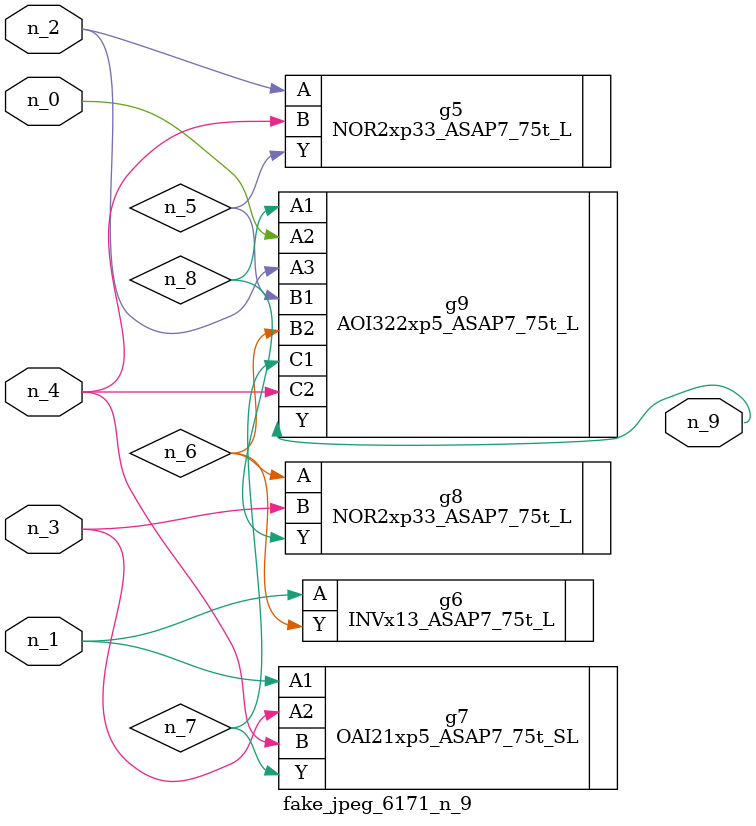
<source format=v>
module fake_jpeg_6171_n_9 (n_3, n_2, n_1, n_0, n_4, n_9);

input n_3;
input n_2;
input n_1;
input n_0;
input n_4;

output n_9;

wire n_8;
wire n_6;
wire n_5;
wire n_7;

NOR2xp33_ASAP7_75t_L g5 ( 
.A(n_2),
.B(n_4),
.Y(n_5)
);

INVx13_ASAP7_75t_L g6 ( 
.A(n_1),
.Y(n_6)
);

OAI21xp5_ASAP7_75t_SL g7 ( 
.A1(n_1),
.A2(n_3),
.B(n_4),
.Y(n_7)
);

NOR2xp33_ASAP7_75t_L g8 ( 
.A(n_6),
.B(n_3),
.Y(n_8)
);

AOI322xp5_ASAP7_75t_L g9 ( 
.A1(n_8),
.A2(n_0),
.A3(n_2),
.B1(n_5),
.B2(n_6),
.C1(n_7),
.C2(n_4),
.Y(n_9)
);


endmodule
</source>
